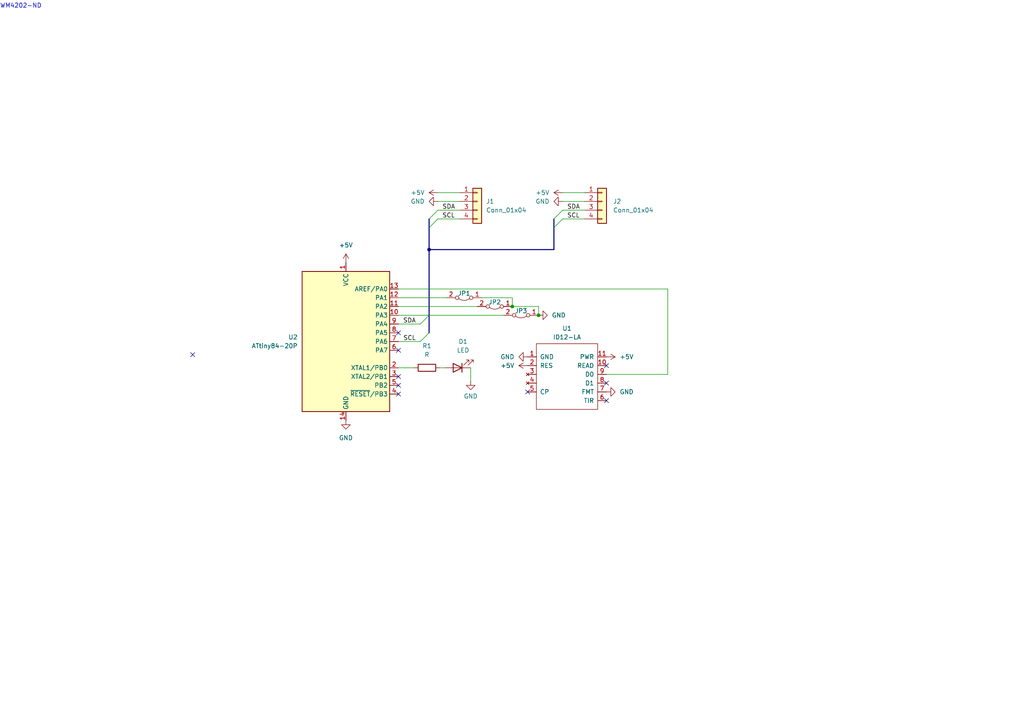
<source format=kicad_sch>
(kicad_sch (version 20230121) (generator eeschema)
  (paper "A4")
  (lib_symbols
    (symbol "Connector_Generic:Conn_01x04" (pin_names (offset 1.016) hide)
      (property "Reference" "J" (at 0 5.08 0))
      (property "Value" "Conn_01x04" (at 0 -7.62 0))
      (symbol "Conn_01x04_1_1"
        (rectangle (start -1.27 -4.953) (end 0 -5.207) (stroke (width 0.1524)))
        (rectangle (start -1.27 -2.413) (end 0 -2.667) (stroke (width 0.1524)))
        (rectangle (start -1.27 0.127) (end 0 -0.127) (stroke (width 0.1524)))
        (rectangle (start -1.27 2.667) (end 0 2.413) (stroke (width 0.1524)))
        (rectangle (start -1.27 3.81) (end 1.27 -6.35) (stroke (width 0.254)) (fill (type background)))
        (pin passive line (at -5.08 2.54 0) (length 3.81) (name "Pin_1") (number "1"))
        (pin passive line (at -5.08 0 0) (length 3.81) (name "Pin_2") (number "2"))
        (pin passive line (at -5.08 -2.54 0) (length 3.81) (name "Pin_3") (number "3"))
        (pin passive line (at -5.08 -5.08 0) (length 3.81) (name "Pin_4") (number "4"))
      )
    )
    (symbol "Device:LED" (pin_numbers hide) (pin_names (offset 1.016) hide)
      (property "Reference" "D" (at 0 2.54 0))
      (property "Value" "LED" (at 0 -2.54 0))
      (symbol "LED_0_1"
        (polyline (pts (xy -1.27 -1.27) (xy -1.27 1.27)) (stroke (width 0.254)))
        (polyline (pts (xy -1.27 0) (xy 1.27 0)))
        (polyline (pts (xy 1.27 -1.27) (xy 1.27 1.27) (xy -1.27 0) (xy 1.27 -1.27)) (stroke (width 0.254)))
        (polyline (pts (xy -3.048 -0.762) (xy -4.572 -2.286) (xy -3.81 -2.286) (xy -4.572 -2.286) (xy -4.572 -1.524)))
        (polyline (pts (xy -1.778 -0.762) (xy -3.302 -2.286) (xy -2.54 -2.286) (xy -3.302 -2.286) (xy -3.302 -1.524)))
      )
      (symbol "LED_1_1"
        (pin passive line (at -3.81 0 0) (length 2.54) (name "K") (number "1"))
        (pin passive line (at 3.81 0 180) (length 2.54) (name "A") (number "2"))
      )
    )
    (symbol "Device:R" (pin_numbers hide) (pin_names (offset 0))
      (property "Reference" "R" (at 2.032 0 90))
      (property "Value" "R" (at 0 0 90))
      (symbol "R_0_1"
        (rectangle (start -1.016 -2.54) (end 1.016 2.54) (stroke (width 0.254)))
      )
      (symbol "R_1_1"
        (pin passive line (at 0 3.81 270) (length 1.27) (name "~") (number "1"))
        (pin passive line (at 0 -3.81 90) (length 1.27) (name "~") (number "2"))
      )
    )
    (symbol "Jumper:Jumper_2_Bridged" (pin_names (offset 0) hide)
      (property "Reference" "JP" (at 0 1.905 0))
      (property "Value" "Jumper_2_Bridged" (at 0 -2.54 0))
      (symbol "Jumper_2_Bridged_0_0"
        (circle (center -2.032 0) (radius 0.508))
        (circle (center 2.032 0) (radius 0.508))
      )
      (symbol "Jumper_2_Bridged_0_1"
        (arc (start 1.524 0.254) (mid 0 0.762) (end -1.524 0.254))
      )
      (symbol "Jumper_2_Bridged_1_1"
        (pin passive line (at -5.08 0 0) (length 2.54) (name "A") (number "1"))
        (pin passive line (at 5.08 0 180) (length 2.54) (name "B") (number "2"))
      )
    )
    (symbol "MCU_Microchip_ATtiny:ATtiny84-20P"
      (property "Reference" "U" (at -12.7 21.59 0))
      (property "Value" "ATtiny84-20P" (at 2.54 -21.59 0))
      (symbol "ATtiny84-20P_0_1"
        (rectangle (start -12.7 -20.32) (end 12.7 20.32) (stroke (width 0.254)) (fill (type background)))
      )
      (symbol "ATtiny84-20P_1_1"
        (pin power_in line (at 0 22.86 270) (length 2.54) (name "VCC") (number "1"))
        (pin bidirectional line (at 15.24 7.62 180) (length 2.54) (name "PA3") (number "10"))
        (pin bidirectional line (at 15.24 10.16 180) (length 2.54) (name "PA2") (number "11"))
        (pin bidirectional line (at 15.24 12.7 180) (length 2.54) (name "PA1") (number "12"))
        (pin bidirectional line (at 15.24 15.24 180) (length 2.54) (name "AREF/PA0") (number "13"))
        (pin power_in line (at 0 -22.86 90) (length 2.54) (name "GND") (number "14"))
        (pin bidirectional line (at 15.24 -7.62 180) (length 2.54) (name "XTAL1/PB0") (number "2"))
        (pin bidirectional line (at 15.24 -10.16 180) (length 2.54) (name "XTAL2/PB1") (number "3"))
        (pin bidirectional line (at 15.24 -15.24 180) (length 2.54) (name "~{RESET}/PB3") (number "4"))
        (pin bidirectional line (at 15.24 -12.7 180) (length 2.54) (name "PB2") (number "5"))
        (pin bidirectional line (at 15.24 -2.54 180) (length 2.54) (name "PA7") (number "6"))
        (pin bidirectional line (at 15.24 0 180) (length 2.54) (name "PA6") (number "7"))
        (pin bidirectional line (at 15.24 2.54 180) (length 2.54) (name "PA5") (number "8"))
        (pin bidirectional line (at 15.24 5.08 180) (length 2.54) (name "PA4") (number "9"))
      )
    )
    (symbol "SMM:ID12-LA" (pin_names (offset 1.016))
      (property "Reference" "U" (at 0 0 0))
      (property "Value" "ID12-LA" (at 0 11.43 90))
      (symbol "ID12-LA_0_1"
        (rectangle (start -8.89 1.27) (end 8.89 20.32))
      )
      (symbol "ID12-LA_1_1"
        (pin power_in line (at -11.43 16.51 0) (length 2.54) (name "GND") (number "1"))
        (pin output line (at 11.43 13.97 180) (length 2.54) (name "READ") (number "10"))
        (pin power_in line (at 11.43 16.51 180) (length 2.54) (name "PWR") (number "11"))
        (pin input line (at -11.43 13.97 0) (length 2.54) (name "RES") (number "2"))
        (pin no_connect line (at -11.43 11.43 0) (length 2.54) (name "~") (number "3"))
        (pin no_connect line (at -11.43 8.89 0) (length 2.54) (name "~") (number "4"))
        (pin input line (at -11.43 6.35 0) (length 2.54) (name "CP") (number "5"))
        (pin output line (at 11.43 3.81 180) (length 2.54) (name "TIR") (number "6"))
        (pin input line (at 11.43 6.35 180) (length 2.54) (name "FMT") (number "7"))
        (pin output line (at 11.43 8.89 180) (length 2.54) (name "D1") (number "8"))
        (pin output line (at 11.43 11.43 180) (length 2.54) (name "D0") (number "9"))
      )
    )
    (symbol "power:+5V" (power) (pin_names (offset 0))
      (property "Value" "+5V" (at 0 3.556 0))
      (symbol "+5V_0_1"
        (polyline (pts (xy -0.762 1.27) (xy 0 2.54)))
        (polyline (pts (xy 0 0) (xy 0 2.54)))
        (polyline (pts (xy 0 2.54) (xy 0.762 1.27)))
      )
      (symbol "+5V_1_1"
        (pin power_in line (at 0 0 90) (length 0) hide (name "+5V") (number "1"))
      )
    )
    (symbol "power:GND" (power) (pin_names (offset 0))
      (property "Value" "GND" (at 0 -3.81 0))
      (symbol "GND_0_1"
        (polyline (pts (xy 0 0) (xy 0 -1.27) (xy 1.27 -1.27) (xy 0 -2.54) (xy -1.27 -1.27) (xy 0 -1.27)))
      )
      (symbol "GND_1_1"
        (pin power_in line (at 0 0 270) (length 0) hide (name "GND") (number "1"))
      )
    )
  )
  (junction (at 124.46 72.39))
  (junction (at 148.59 88.9))
  (junction (at 156.21 91.44))
  (no_connect (at 115.57 101.6))
  (no_connect (at 115.57 111.76))
  (no_connect (at 175.895 116.205))
  (no_connect (at 115.57 109.22))
  (no_connect (at 115.57 96.52))
  (no_connect (at 175.895 111.125))
  (no_connect (at 153.035 113.665))
  (no_connect (at 115.57 114.3))
  (no_connect (at 175.895 106.045))
  (no_connect (at 55.88 102.87))
  (bus_entry (at 127 60.96) (size -2.54 2.54))
  (bus_entry (at 127 63.5) (size -2.54 2.54))
  (bus_entry (at 163.195 63.5) (size -2.54 2.54))
  (bus_entry (at 163.195 60.96) (size -2.54 2.54))
  (bus_entry (at 121.92 93.98) (size 2.54 -2.54))
  (bus_entry (at 121.92 99.06) (size 2.54 -2.54))
  (wire (pts (xy 127 58.42) (xy 133.35 58.42)))
  (wire (pts (xy 163.195 55.88) (xy 169.545 55.88)))
  (wire (pts (xy 148.59 86.36) (xy 148.59 88.9)))
  (wire (pts (xy 163.195 63.5) (xy 169.545 63.5)))
  (wire (pts (xy 193.675 83.82) (xy 193.675 108.585)))
  (bus (pts (xy 124.46 72.39) (xy 124.46 91.44)))
  (wire (pts (xy 121.92 93.98) (xy 115.57 93.98)))
  (bus (pts (xy 124.46 63.5) (xy 124.46 66.04)))
  (wire (pts (xy 138.43 88.9) (xy 115.57 88.9)))
  (wire (pts (xy 129.54 86.36) (xy 115.57 86.36)))
  (wire (pts (xy 127 60.96) (xy 133.35 60.96)))
  (wire (pts (xy 115.57 83.82) (xy 193.675 83.82)))
  (bus (pts (xy 124.46 66.04) (xy 124.46 72.39)))
  (bus (pts (xy 124.46 72.39) (xy 160.655 72.39)))
  (wire (pts (xy 127 63.5) (xy 133.35 63.5)))
  (wire (pts (xy 128.905 106.68) (xy 127.635 106.68)))
  (wire (pts (xy 193.675 108.585) (xy 175.895 108.585)))
  (wire (pts (xy 127 55.88) (xy 133.35 55.88)))
  (wire (pts (xy 163.195 58.42) (xy 169.545 58.42)))
  (bus (pts (xy 160.655 72.39) (xy 160.655 66.04)))
  (wire (pts (xy 156.21 88.9) (xy 156.21 91.44)))
  (wire (pts (xy 139.7 86.36) (xy 148.59 86.36)))
  (bus (pts (xy 124.46 91.44) (xy 124.46 96.52)))
  (wire (pts (xy 124.46 91.44) (xy 115.57 91.44)))
  (wire (pts (xy 120.015 106.68) (xy 115.57 106.68)))
  (wire (pts (xy 136.525 110.49) (xy 136.525 106.68)))
  (wire (pts (xy 121.92 99.06) (xy 115.57 99.06)))
  (wire (pts (xy 146.05 91.44) (xy 124.46 91.44)))
  (wire (pts (xy 148.59 88.9) (xy 156.21 88.9)))
  (wire (pts (xy 163.195 60.96) (xy 169.545 60.96)))
  (bus (pts (xy 160.655 63.5) (xy 160.655 66.04)))
  (text "WM4202-ND" (at 0 2.54 0) (effects (font (size 1.27 1.27)) (justify left bottom)))
  (label "SDA" (at 120.65 93.98 180))
  (label "SCL" (at 164.465 63.5 0))
  (label "SCL" (at 128.27 63.5 0))
  (label "SCL" (at 120.65 99.06 180))
  (label "SDA" (at 164.465 60.96 0))
  (label "SDA" (at 128.27 60.96 0))
  (symbol (lib_id "power:+5V") (at 175.895 103.505 270) (unit 1)
    (property "Reference" "#PWR05" (effects hide))
    (property "Value" "+5V" (at 179.705 103.505 90) (effects (justify left)))
  )
  (symbol (lib_id "power:+5V") (at 153.035 106.045 90) (unit 1)
    (property "Reference" "#PWR06" (effects hide))
    (property "Value" "+5V" (at 149.225 106.045 90) (effects (justify left)))
  )
  (symbol (lib_id "power:+5V") (at 127 55.88 90) (unit 1)
    (property "Reference" "#PWR03" (effects hide))
    (property "Value" "+5V" (at 123.19 55.88 90) (effects (justify left)))
  )
  (symbol (lib_id "Device:R") (at 123.825 106.68 90) (unit 1)
    (property "Reference" "R1" (at 123.825 100.33 90))
    (property "Value" "R" (at 123.825 102.87 90))
    (property "Footprint" "SMM:Resistor_L6.3mm_D2.5mm_P10.16mm_Horizontal" (effects hide))
  )
  (symbol (lib_id "Connector_Generic:Conn_01x04") (at 138.43 58.42 0) (unit 1)
    (property "Reference" "J1" (at 140.97 58.42 0) (effects (justify left)))
    (property "Value" "Conn_01x04" (at 140.97 60.96 0) (effects (justify left)))
    (property "Footprint" "SMM:KK-1x04" (effects hide))
  )
  (symbol (lib_id "power:GND") (at 100.33 121.92 0) (unit 1)
    (property "Reference" "#PWR01" (effects hide))
    (property "Value" "GND" (at 100.33 127 0))
  )
  (symbol (lib_id "power:GND") (at 156.21 91.44 90) (unit 1)
    (property "Reference" "#PWR012" (effects hide))
    (property "Value" "GND" (at 160.02 91.44 90) (effects (justify right)))
  )
  (symbol (lib_id "power:GND") (at 163.195 58.42 270) (unit 1)
    (property "Reference" "#PWR011" (effects hide))
    (property "Value" "GND" (at 159.385 58.42 90) (effects (justify right)))
  )
  (symbol (lib_id "power:+5V") (at 163.195 55.88 90) (unit 1)
    (property "Reference" "#PWR010" (effects hide))
    (property "Value" "+5V" (at 159.385 55.88 90) (effects (justify left)))
  )
  (symbol (lib_id "MCU_Microchip_ATtiny:ATtiny84-20P") (at 100.33 99.06 0) (unit 1)
    (property "Reference" "U2" (at 86.36 97.79 0) (effects (justify right)))
    (property "Value" "ATtiny84-20P" (at 86.36 100.33 0) (effects (justify right)))
    (property "Footprint" "Package_DIP:DIP-14_W7.62mm" (effects hide))
    (property "Datasheet" "http://ww1.microchip.com/downloads/en/DeviceDoc/doc8006.pdf" (effects hide))
  )
  (symbol (lib_id "Device:LED") (at 132.715 106.68 180) (unit 1)
    (property "Reference" "D1" (at 134.3025 99.06 0))
    (property "Value" "LED" (at 134.3025 101.6 0))
    (property "Footprint" "SMM:LED_D3.0mm" (effects hide))
  )
  (symbol (lib_id "power:GND") (at 136.525 110.49 0) (unit 1)
    (property "Reference" "#PWR09" (effects hide))
    (property "Value" "GND" (at 136.525 114.935 0))
  )
  (symbol (lib_id "SMM:ID12-LA") (at 164.465 120.015 0) (unit 1)
    (property "Reference" "U1" (at 164.465 95.25 0))
    (property "Value" "ID12-LA" (at 164.465 97.79 0))
    (property "Footprint" "SMM:ID-12LA-Inverted" (effects hide))
  )
  (symbol (lib_id "power:GND") (at 153.035 103.505 270) (unit 1)
    (property "Reference" "#PWR07" (effects hide))
    (property "Value" "GND" (at 149.225 103.505 90) (effects (justify right)))
  )
  (symbol (lib_id "power:+5V") (at 100.33 76.2 0) (unit 1)
    (property "Reference" "#PWR02" (effects hide))
    (property "Value" "+5V" (at 100.33 71.12 0))
  )
  (symbol (lib_id "Jumper:Jumper_2_Bridged") (at 151.13 91.44 180) (unit 1)
    (property "Reference" "JP3" (at 151.13 90.17 0))
    (property "Value" "Jumper_2_Bridged" (effects hide))
    (property "Footprint" "Jumper:SolderJumper-2_P1.3mm_Bridged_RoundedPad1.0x1.5mm" (effects hide))
  )
  (symbol (lib_id "power:GND") (at 127 58.42 270) (unit 1)
    (property "Reference" "#PWR04" (effects hide))
    (property "Value" "GND" (at 123.19 58.42 90) (effects (justify right)))
  )
  (symbol (lib_id "Connector_Generic:Conn_01x04") (at 174.625 58.42 0) (unit 1)
    (property "Reference" "J2" (at 177.8 58.42 0) (effects (justify left)))
    (property "Value" "Conn_01x04" (at 177.8 60.96 0) (effects (justify left)))
    (property "Footprint" "SMM:KK-1x04" (effects hide))
  )
  (symbol (lib_id "Jumper:Jumper_2_Bridged") (at 134.62 86.36 180) (unit 1)
    (property "Reference" "JP1" (at 134.62 85.09 0))
    (property "Value" "Jumper_2_Bridged" (effects hide))
    (property "Footprint" "Jumper:SolderJumper-2_P1.3mm_Bridged_RoundedPad1.0x1.5mm" (effects hide))
  )
  (symbol (lib_id "power:GND") (at 175.895 113.665 90) (unit 1)
    (property "Reference" "#PWR08" (effects hide))
    (property "Value" "GND" (at 179.705 113.665 90) (effects (justify right)))
  )
  (symbol (lib_id "Jumper:Jumper_2_Bridged") (at 143.51 88.9 180) (unit 1)
    (property "Reference" "JP2" (at 143.51 87.63 0))
    (property "Value" "Jumper_2_Bridged" (effects hide))
    (property "Footprint" "Jumper:SolderJumper-2_P1.3mm_Bridged_RoundedPad1.0x1.5mm" (effects hide))
  )
)
</source>
